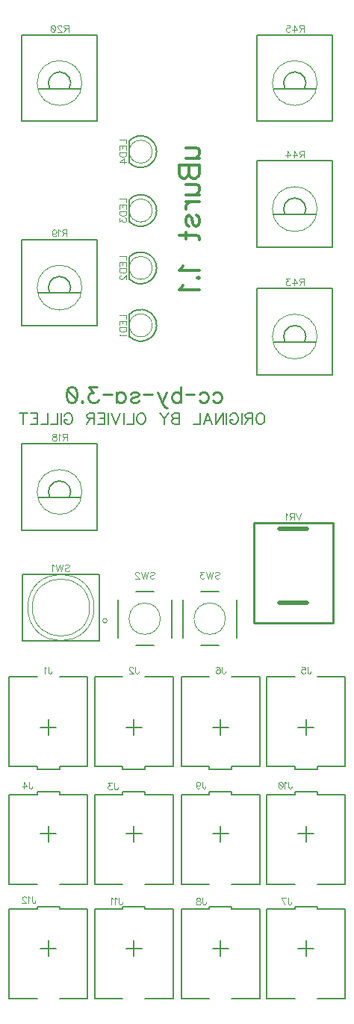
<source format=gbo>
G04 DipTrace 3.2.0.1*
G04 microburst_fixed_heatsink.GBO*
%MOIN*%
G04 #@! TF.FileFunction,Legend,Bot*
G04 #@! TF.Part,Single*
%ADD10C,0.009843*%
%ADD16C,0.008*%
%ADD21C,0.006*%
%ADD29C,0.000013*%
%ADD36C,0.005*%
%ADD37C,0.005984*%
%ADD47C,0.02*%
%ADD101C,0.004632*%
%ADD102C,0.010807*%
%ADD104C,0.013895*%
%ADD105C,0.00772*%
%FSLAX26Y26*%
G04*
G70*
G90*
G75*
G01*
G04 BotSilk*
%LPD*%
X557325Y1624858D2*
D21*
X627360D1*
X592360Y1659805D2*
Y1589862D1*
X642375Y1449975D2*
X767360D1*
X542345D2*
X417360D1*
X542345Y1849984D2*
X417360D1*
X642375D2*
X767360D1*
Y1449975D1*
X417360D2*
Y1849984D1*
X542345Y1449975D2*
D37*
Y1437501D1*
X642375D1*
Y1449975D1*
X938574Y1624858D2*
D21*
X1008609D1*
X973609Y1659805D2*
Y1589862D1*
X1023624Y1449975D2*
X1148609D1*
X923594D2*
X798609D1*
X923594Y1849984D2*
X798609D1*
X1023624D2*
X1148609D1*
Y1449975D1*
X798609D2*
Y1849984D1*
X923594Y1449975D2*
D37*
Y1437501D1*
X1023624D1*
Y1449975D1*
X1008645Y1150099D2*
D21*
X938610D1*
X973610Y1115152D2*
Y1185095D1*
X923595Y1324982D2*
X798610D1*
X1023625D2*
X1148610D1*
X1023625Y924973D2*
X1148610D1*
X923595D2*
X798610D1*
Y1324982D1*
X1148610D2*
Y924973D1*
X1023625Y1324982D2*
D37*
Y1337456D1*
X923595D1*
Y1324982D1*
X627395Y1150099D2*
D21*
X557360D1*
X592360Y1115152D2*
Y1185095D1*
X542345Y1324982D2*
X417360D1*
X642375D2*
X767360D1*
X642375Y924973D2*
X767360D1*
X542345D2*
X417360D1*
Y1324982D1*
X767360D2*
Y924973D1*
X642375Y1324982D2*
D37*
Y1337456D1*
X542345D1*
Y1324982D1*
X1707325Y1624858D2*
D21*
X1777360D1*
X1742360Y1659805D2*
Y1589862D1*
X1792375Y1449975D2*
X1917360D1*
X1692345D2*
X1567360D1*
X1692345Y1849984D2*
X1567360D1*
X1792375D2*
X1917360D1*
Y1449975D1*
X1567360D2*
Y1849984D1*
X1692345Y1449975D2*
D37*
Y1437501D1*
X1792375D1*
Y1449975D1*
X1326074Y1624858D2*
D21*
X1396109D1*
X1361109Y1659805D2*
Y1589862D1*
X1411124Y1449975D2*
X1536109D1*
X1311094D2*
X1186109D1*
X1311094Y1849984D2*
X1186109D1*
X1411124D2*
X1536109D1*
Y1449975D1*
X1186109D2*
Y1849984D1*
X1311094Y1449975D2*
D37*
Y1437501D1*
X1411124D1*
Y1449975D1*
X1777395Y637599D2*
D21*
X1707360D1*
X1742360Y602652D2*
Y672595D1*
X1692345Y812482D2*
X1567360D1*
X1792375D2*
X1917360D1*
X1792375Y412473D2*
X1917360D1*
X1692345D2*
X1567360D1*
Y812482D1*
X1917360D2*
Y412473D1*
X1792375Y812482D2*
D37*
Y824956D1*
X1692345D1*
Y812482D1*
X1396144Y637599D2*
D21*
X1326109D1*
X1361109Y602652D2*
Y672595D1*
X1311094Y812482D2*
X1186109D1*
X1411124D2*
X1536109D1*
X1411124Y412473D2*
X1536109D1*
X1311094D2*
X1186109D1*
Y812482D1*
X1536109D2*
Y412473D1*
X1411124Y812482D2*
D37*
Y824956D1*
X1311094D1*
Y812482D1*
X1396144Y1150099D2*
D21*
X1326109D1*
X1361109Y1115152D2*
Y1185095D1*
X1311094Y1324982D2*
X1186109D1*
X1411124D2*
X1536109D1*
X1411124Y924973D2*
X1536109D1*
X1311094D2*
X1186109D1*
Y1324982D1*
X1536109D2*
Y924973D1*
X1411124Y1324982D2*
D37*
Y1337456D1*
X1311094D1*
Y1324982D1*
X1777395Y1150099D2*
D21*
X1707360D1*
X1742360Y1115152D2*
Y1185095D1*
X1692345Y1324982D2*
X1567360D1*
X1792375D2*
X1917360D1*
X1792375Y924973D2*
X1917360D1*
X1692345D2*
X1567360D1*
Y1324982D1*
X1917360D2*
Y924973D1*
X1792375Y1324982D2*
D37*
Y1337456D1*
X1692345D1*
Y1324982D1*
X1008645Y637600D2*
D21*
X938610D1*
X973610Y602653D2*
Y672597D1*
X923595Y812484D2*
X798610D1*
X1023625D2*
X1148610D1*
X1023625Y412474D2*
X1148610D1*
X923595D2*
X798610D1*
Y812484D1*
X1148610D2*
Y412474D1*
X1023625Y812484D2*
D37*
Y824958D1*
X923595D1*
Y812484D1*
X627395Y637600D2*
D21*
X557360D1*
X592360Y602653D2*
Y672597D1*
X542345Y812484D2*
X417360D1*
X642375D2*
X767360D1*
X642375Y412474D2*
X767360D1*
X542345D2*
X417360D1*
Y812484D1*
X767360D2*
Y412474D1*
X642375Y812484D2*
D37*
Y824958D1*
X542345D1*
Y812484D1*
X953678Y3418743D2*
D29*
G02X953678Y3418743I51181J0D01*
G01*
X954860Y3368743D2*
D36*
G03X954860Y3468743I50000J50000D01*
G01*
Y3368743D2*
Y3468743D1*
X953678Y3674992D2*
D29*
G02X953678Y3674992I51181J0D01*
G01*
X954860Y3624992D2*
D36*
G03X954860Y3724992I50000J50000D01*
G01*
Y3624992D2*
Y3724992D1*
X953678Y3931243D2*
D29*
G02X953678Y3931243I51181J0D01*
G01*
X954860Y3881243D2*
D36*
G03X954860Y3981243I50000J50000D01*
G01*
Y3881243D2*
Y3981243D1*
X953678Y4193743D2*
D29*
G02X953678Y4193743I51181J0D01*
G01*
X954860Y4143743D2*
D36*
G03X954860Y4243743I50000J50000D01*
G01*
Y4143743D2*
Y4243743D1*
X542374Y2674988D2*
D29*
G02X542374Y2674988I99986J0D01*
G01*
X811438Y2889938D2*
D36*
X473281D1*
Y2504509D1*
X811438D1*
Y2889938D1*
X599056Y2650377D2*
D16*
G02X685663Y2650377I43304J24588D01*
G01*
X599056D2*
X685663D1*
X545894D2*
X737813D1*
X542374Y3586989D2*
D29*
G02X542374Y3586989I99986J0D01*
G01*
X811438Y3801940D2*
D36*
X473281D1*
Y3416511D1*
X811438D1*
Y3801940D1*
X599056Y3562379D2*
D16*
G02X685663Y3562379I43304J24588D01*
G01*
X599056D2*
X685663D1*
X545894D2*
X737813D1*
X542374Y4499988D2*
D29*
G02X542374Y4499988I99986J0D01*
G01*
X811438Y4714938D2*
D36*
X473281D1*
Y4329509D1*
X811438D1*
Y4714938D1*
X599056Y4475377D2*
D16*
G02X685663Y4475377I43304J24588D01*
G01*
X599056D2*
X685663D1*
X545894D2*
X737813D1*
X1592374Y3368738D2*
D29*
G02X1592374Y3368738I99986J0D01*
G01*
X1861438Y3583689D2*
D36*
X1523281D1*
Y3198260D1*
X1861438D1*
Y3583689D1*
X1649056Y3344128D2*
D16*
G02X1735663Y3344128I43304J24588D01*
G01*
X1649056D2*
X1735663D1*
X1595894D2*
X1787813D1*
X1592374Y3937489D2*
D29*
G02X1592374Y3937489I99986J0D01*
G01*
X1861438Y4152440D2*
D36*
X1523281D1*
Y3767011D1*
X1861438D1*
Y4152440D1*
X1649056Y3912879D2*
D16*
G02X1735663Y3912879I43304J24588D01*
G01*
X1649056D2*
X1735663D1*
X1595894D2*
X1787813D1*
X1592374Y4499988D2*
D29*
G02X1592374Y4499988I99986J0D01*
G01*
X1861438Y4714938D2*
D36*
X1523281D1*
Y4329509D1*
X1861438D1*
Y4714938D1*
X1649056Y4475377D2*
D16*
G02X1735663Y4475377I43304J24588D01*
G01*
X1649056D2*
X1735663D1*
X1595894D2*
X1787813D1*
X835617Y2100323D2*
D29*
G02X835617Y2100323I9843J0D01*
G01*
X500644Y2159378D2*
G02X500644Y2159378I147965J0D01*
G01*
X520656D2*
G02X520656Y2159378I127953J0D01*
G01*
X819869Y2011740D2*
D36*
X477349D1*
Y2307016D1*
X819869Y2011740D2*
Y2307016D1*
X477349D1*
X952360Y2109479D2*
D29*
G02X952360Y2109479I70000J0D01*
G01*
X902360Y2024479D2*
D16*
Y2194479D1*
X1142360D2*
Y2024479D1*
X983068Y1989479D2*
X1062360D1*
X981887Y2229479D2*
X1062360D1*
X1242609Y2109479D2*
D29*
G02X1242609Y2109479I70000J0D01*
G01*
X1192609Y2024479D2*
D16*
Y2194479D1*
X1432609D2*
Y2024479D1*
X1273318Y1989479D2*
X1352609D1*
X1272136Y2229479D2*
X1352609D1*
X1863477Y2535923D2*
D10*
X1509242D1*
Y2089022D1*
X1863477D1*
Y2535923D1*
X1748336Y2509998D2*
D47*
X1624335D1*
X1748336Y2179973D2*
X1624335D1*
X593410Y1894413D2*
D101*
Y1871465D1*
X594836Y1867154D1*
X596295Y1865728D1*
X599147Y1864269D1*
X602032D1*
X604884Y1865728D1*
X606310Y1867154D1*
X607769Y1871465D1*
Y1874317D1*
X584146Y1888643D2*
X581261Y1890102D1*
X576950Y1894380D1*
Y1864269D1*
X981109Y1894413D2*
Y1871465D1*
X982535Y1867154D1*
X983994Y1865728D1*
X986846Y1864269D1*
X989731D1*
X992583Y1865728D1*
X994009Y1867154D1*
X995468Y1871465D1*
Y1874317D1*
X970387Y1887217D2*
Y1888643D1*
X968961Y1891528D1*
X967535Y1892954D1*
X964650Y1894380D1*
X958913D1*
X956061Y1892954D1*
X954635Y1891528D1*
X953176Y1888643D1*
Y1885791D1*
X954635Y1882906D1*
X957487Y1878628D1*
X971846Y1864269D1*
X951750D1*
X887370Y1375921D2*
Y1352973D1*
X888796Y1348662D1*
X890255Y1347236D1*
X893107Y1345777D1*
X895992D1*
X898844Y1347236D1*
X900270Y1348662D1*
X901729Y1352973D1*
Y1355825D1*
X875222Y1375888D2*
X859470D1*
X868059Y1364414D1*
X863748D1*
X860896Y1362988D1*
X859470Y1361562D1*
X858011Y1357251D1*
Y1354399D1*
X859470Y1350088D1*
X862322Y1347203D1*
X866633Y1345777D1*
X870944D1*
X875222Y1347203D1*
X876648Y1348662D1*
X878107Y1351514D1*
X506833Y1382170D2*
Y1359222D1*
X508259Y1354911D1*
X509718Y1353485D1*
X512570Y1352026D1*
X515455D1*
X518307Y1353485D1*
X519733Y1354911D1*
X521192Y1359222D1*
Y1362074D1*
X483210Y1352026D2*
Y1382137D1*
X497569Y1362074D1*
X476047D1*
X1749860Y1894413D2*
Y1871465D1*
X1751286Y1867154D1*
X1752745Y1865728D1*
X1755597Y1864269D1*
X1758482D1*
X1761334Y1865728D1*
X1762760Y1867154D1*
X1764219Y1871465D1*
Y1874317D1*
X1723385Y1894380D2*
X1737711D1*
X1739137Y1881480D1*
X1737711Y1882906D1*
X1733400Y1884365D1*
X1729122D1*
X1724811Y1882906D1*
X1721926Y1880054D1*
X1720500Y1875743D1*
Y1872891D1*
X1721926Y1868580D1*
X1724811Y1865695D1*
X1729122Y1864269D1*
X1733400D1*
X1737711Y1865695D1*
X1739137Y1867154D1*
X1740596Y1870006D1*
X1367880Y1894413D2*
Y1871465D1*
X1369306Y1867154D1*
X1370765Y1865728D1*
X1373617Y1864269D1*
X1376502D1*
X1379354Y1865728D1*
X1380780Y1867154D1*
X1382239Y1871465D1*
Y1874317D1*
X1341405Y1890102D2*
X1342831Y1892954D1*
X1347142Y1894380D1*
X1349994D1*
X1354305Y1892954D1*
X1357190Y1888643D1*
X1358616Y1881480D1*
Y1874317D1*
X1357190Y1868580D1*
X1354305Y1865695D1*
X1349994Y1864269D1*
X1348568D1*
X1344290Y1865695D1*
X1341405Y1868580D1*
X1339979Y1872891D1*
Y1874317D1*
X1341405Y1878628D1*
X1344290Y1881480D1*
X1348568Y1882906D1*
X1349994D1*
X1354305Y1881480D1*
X1357190Y1878628D1*
X1358616Y1874317D1*
X1662369Y863421D2*
Y840473D1*
X1663795Y836162D1*
X1665254Y834736D1*
X1668106Y833277D1*
X1670991D1*
X1673843Y834736D1*
X1675269Y836162D1*
X1676728Y840473D1*
Y843325D1*
X1647369Y833277D2*
X1633009Y863388D1*
X1653105D1*
X1281102Y863421D2*
Y840473D1*
X1282528Y836162D1*
X1283987Y834736D1*
X1286839Y833277D1*
X1289724D1*
X1292576Y834736D1*
X1294002Y836162D1*
X1295461Y840473D1*
Y843325D1*
X1264675Y863388D2*
X1268953Y861962D1*
X1270412Y859110D1*
Y856225D1*
X1268953Y853373D1*
X1266101Y851914D1*
X1260364Y850488D1*
X1256053Y849062D1*
X1253201Y846177D1*
X1251775Y843325D1*
Y839014D1*
X1253201Y836162D1*
X1254627Y834703D1*
X1258938Y833277D1*
X1264675D1*
X1268953Y834703D1*
X1270412Y836162D1*
X1271838Y839014D1*
Y843325D1*
X1270412Y846177D1*
X1267527Y849062D1*
X1263249Y850488D1*
X1257512Y851914D1*
X1254627Y853373D1*
X1253201Y856225D1*
Y859110D1*
X1254627Y861962D1*
X1258938Y863388D1*
X1264675D1*
X1280405Y1382170D2*
Y1359222D1*
X1281831Y1354911D1*
X1283290Y1353485D1*
X1286142Y1352026D1*
X1289027D1*
X1291879Y1353485D1*
X1293305Y1354911D1*
X1294764Y1359222D1*
Y1362074D1*
X1252472Y1372122D2*
X1253931Y1367811D1*
X1256783Y1364926D1*
X1261094Y1363500D1*
X1262520D1*
X1266831Y1364926D1*
X1269683Y1367811D1*
X1271142Y1372122D1*
Y1373548D1*
X1269683Y1377859D1*
X1266831Y1380711D1*
X1262520Y1382137D1*
X1261094D1*
X1256783Y1380711D1*
X1253931Y1377859D1*
X1252472Y1372122D1*
Y1364926D1*
X1253931Y1357763D1*
X1256783Y1353452D1*
X1261094Y1352026D1*
X1263946D1*
X1268257Y1353452D1*
X1269683Y1356337D1*
X1664350Y1382170D2*
Y1359222D1*
X1665775Y1354911D1*
X1667235Y1353485D1*
X1670086Y1352026D1*
X1672972D1*
X1675823Y1353485D1*
X1677249Y1354911D1*
X1678709Y1359222D1*
Y1362074D1*
X1655086Y1376400D2*
X1652201Y1377859D1*
X1647890Y1382137D1*
Y1352026D1*
X1630004Y1382137D2*
X1634315Y1380711D1*
X1637200Y1376400D1*
X1638626Y1369237D1*
Y1364926D1*
X1637200Y1357763D1*
X1634315Y1353452D1*
X1630004Y1352026D1*
X1627152D1*
X1622841Y1353452D1*
X1619989Y1357763D1*
X1618530Y1364926D1*
Y1369237D1*
X1619989Y1376400D1*
X1622841Y1380711D1*
X1627152Y1382137D1*
X1630004D1*
X1619989Y1376400D2*
X1637200Y1357763D1*
X907898Y863422D2*
Y840474D1*
X909324Y836163D1*
X910783Y834737D1*
X913635Y833278D1*
X916520D1*
X919372Y834737D1*
X920798Y836163D1*
X922257Y840474D1*
Y843326D1*
X898635Y857652D2*
X895750Y859111D1*
X891439Y863389D1*
Y833278D1*
X882175Y857652D2*
X879290Y859111D1*
X874979Y863389D1*
Y833278D1*
X520599Y869671D2*
Y846723D1*
X522025Y842412D1*
X523484Y840986D1*
X526336Y839527D1*
X529221D1*
X532073Y840986D1*
X533499Y842412D1*
X534958Y846723D1*
Y849575D1*
X511335Y863901D2*
X508450Y865360D1*
X504139Y869638D1*
Y839527D1*
X493417Y862475D2*
Y863901D1*
X491991Y866786D1*
X490565Y868212D1*
X487680Y869638D1*
X481943D1*
X479091Y868212D1*
X477665Y866786D1*
X476206Y863901D1*
Y861049D1*
X477665Y858164D1*
X480517Y853886D1*
X494876Y839527D1*
X474780D1*
X909745Y3464208D2*
X939889D1*
Y3446997D1*
X909745Y3419097D2*
Y3437734D1*
X939889D1*
Y3419097D1*
X924104Y3437734D2*
Y3426260D1*
X909745Y3409833D2*
X939889D1*
Y3399785D1*
X938430Y3395474D1*
X935578Y3392589D1*
X932693Y3391163D1*
X928415Y3389737D1*
X921219D1*
X916908Y3391163D1*
X914056Y3392589D1*
X911171Y3395474D1*
X909745Y3399785D1*
Y3409833D1*
X915515Y3380474D2*
X914056Y3377589D1*
X909778Y3373278D1*
X939889D1*
X909745Y3726907D2*
X939889D1*
Y3709696D1*
X909745Y3681796D2*
Y3700433D1*
X939889D1*
Y3681796D1*
X924104Y3700433D2*
Y3688959D1*
X909745Y3672532D2*
X939889D1*
Y3662484D1*
X938430Y3658173D1*
X935578Y3655288D1*
X932693Y3653862D1*
X928415Y3652436D1*
X921219D1*
X916908Y3653862D1*
X914056Y3655288D1*
X911171Y3658173D1*
X909745Y3662484D1*
Y3672532D1*
X916941Y3641714D2*
X915515D1*
X912630Y3640288D1*
X911204Y3638862D1*
X909778Y3635977D1*
Y3630240D1*
X911204Y3627388D1*
X912630Y3625962D1*
X915515Y3624503D1*
X918367D1*
X921252Y3625962D1*
X925530Y3628814D1*
X939889Y3643173D1*
Y3623077D1*
X909745Y3983158D2*
X939889D1*
Y3965947D1*
X909745Y3938047D2*
Y3956684D1*
X939889Y3956683D1*
Y3938047D1*
X924104Y3956683D2*
Y3945210D1*
X909745Y3928783D2*
X939889D1*
Y3918735D1*
X938430Y3914424D1*
X935578Y3911539D1*
X932693Y3910113D1*
X928415Y3908687D1*
X921219D1*
X916908Y3910113D1*
X914056Y3911539D1*
X911171Y3914424D1*
X909745Y3918735D1*
Y3928783D1*
X909778Y3896539D2*
Y3880787D1*
X921252Y3889376D1*
Y3885065D1*
X922678Y3882213D1*
X924104Y3880787D1*
X928415Y3879328D1*
X931267D1*
X935578Y3880787D1*
X938463Y3883639D1*
X939889Y3887950D1*
Y3892261D1*
X938463Y3896538D1*
X937004Y3897964D1*
X934152Y3899424D1*
X909745Y4246371D2*
X939889D1*
Y4229160D1*
X909745Y4201260D2*
Y4219896D1*
X939889D1*
Y4201260D1*
X924104Y4219896D2*
Y4208423D1*
X909745Y4191996D2*
X939889D1*
Y4181948D1*
X938430Y4177637D1*
X935578Y4174752D1*
X932693Y4173326D1*
X928415Y4171900D1*
X921219D1*
X916908Y4173326D1*
X914056Y4174752D1*
X911171Y4177637D1*
X909745Y4181948D1*
Y4191996D1*
X939889Y4148278D2*
X909778D1*
X929841Y4162637D1*
Y4141115D1*
X675301Y2919513D2*
X662401D1*
X658090Y2920972D1*
X656631Y2922398D1*
X655205Y2925250D1*
Y2928135D1*
X656631Y2930987D1*
X658090Y2932446D1*
X662401Y2933872D1*
X675301D1*
Y2903728D1*
X665253Y2919513D2*
X655205Y2903728D1*
X645941Y2928102D2*
X643056Y2929561D1*
X638745Y2933839D1*
Y2903728D1*
X622318Y2933839D2*
X626596Y2932413D1*
X628055Y2929561D1*
Y2926676D1*
X626596Y2923824D1*
X623744Y2922365D1*
X618007Y2920939D1*
X613696Y2919513D1*
X610845Y2916628D1*
X609419Y2913776D1*
Y2909465D1*
X610845Y2906613D1*
X612270Y2905154D1*
X616581Y2903728D1*
X622318D1*
X626596Y2905154D1*
X628055Y2906613D1*
X629481Y2909465D1*
Y2913776D1*
X628055Y2916628D1*
X625170Y2919513D1*
X620893Y2920939D1*
X615156Y2922365D1*
X612270Y2923824D1*
X610845Y2926676D1*
Y2929561D1*
X612270Y2932413D1*
X616581Y2933839D1*
X622318D1*
X674604Y3831514D2*
X661704D1*
X657393Y3832974D1*
X655934Y3834400D1*
X654508Y3837251D1*
Y3840137D1*
X655934Y3842988D1*
X657393Y3844448D1*
X661704Y3845873D1*
X674604D1*
Y3815729D1*
X664556Y3831514D2*
X654508Y3815729D1*
X645245Y3840103D2*
X642360Y3841562D1*
X638049Y3845840D1*
Y3815729D1*
X610115Y3835825D2*
X611574Y3831514D1*
X614426Y3828629D1*
X618737Y3827203D1*
X620163D1*
X624474Y3828629D1*
X627326Y3831514D1*
X628785Y3835825D1*
Y3837251D1*
X627326Y3841562D1*
X624474Y3844414D1*
X620163Y3845840D1*
X618737D1*
X614426Y3844414D1*
X611574Y3841562D1*
X610115Y3835825D1*
Y3828629D1*
X611574Y3821466D1*
X614426Y3817155D1*
X618737Y3815729D1*
X621589D1*
X625900Y3817155D1*
X627326Y3820040D1*
X681767Y4744513D2*
X668867D1*
X664556Y4745972D1*
X663097Y4747398D1*
X661671Y4750250D1*
Y4753135D1*
X663097Y4755987D1*
X664556Y4757446D1*
X668867Y4758872D1*
X681767D1*
Y4728728D1*
X671719Y4744513D2*
X661671Y4728728D1*
X650948Y4751676D2*
Y4753102D1*
X649523Y4755987D1*
X648097Y4757413D1*
X645211Y4758839D1*
X639475D1*
X636623Y4757413D1*
X635197Y4755987D1*
X633738Y4753102D1*
Y4750250D1*
X635197Y4747365D1*
X638049Y4743087D1*
X652408Y4728728D1*
X632312D1*
X614426Y4758839D2*
X618737Y4757413D1*
X621622Y4753102D1*
X623048Y4745939D1*
Y4741628D1*
X621622Y4734465D1*
X618737Y4730154D1*
X614426Y4728728D1*
X611574D1*
X607263Y4730154D1*
X604411Y4734465D1*
X602952Y4741628D1*
Y4745939D1*
X604411Y4753102D1*
X607263Y4757413D1*
X611574Y4758839D1*
X614426D1*
X604411Y4753102D2*
X621622Y4734465D1*
X1732480Y3613264D2*
X1719580D1*
X1715269Y3614723D1*
X1713810Y3616149D1*
X1712384Y3619001D1*
Y3621886D1*
X1713810Y3624738D1*
X1715269Y3626197D1*
X1719580Y3627623D1*
X1732480D1*
Y3597479D1*
X1722432Y3613264D2*
X1712384Y3597479D1*
X1688762D2*
Y3627590D1*
X1703121Y3607527D1*
X1681599D1*
X1669450Y3627590D2*
X1653698D1*
X1662287Y3616116D1*
X1657976D1*
X1655124Y3614690D1*
X1653698Y3613264D1*
X1652239Y3608953D1*
Y3606101D1*
X1653698Y3601790D1*
X1656550Y3598905D1*
X1660861Y3597479D1*
X1665172D1*
X1669450Y3598905D1*
X1670876Y3600364D1*
X1672335Y3603216D1*
X1733193Y4182014D2*
X1720293D1*
X1715982Y4183474D1*
X1714523Y4184900D1*
X1713097Y4187751D1*
Y4190637D1*
X1714523Y4193488D1*
X1715982Y4194948D1*
X1720293Y4196373D1*
X1733193D1*
Y4166229D1*
X1723145Y4182014D2*
X1713097Y4166229D1*
X1689475D2*
Y4196340D1*
X1703834Y4176277D1*
X1682312D1*
X1658689Y4166229D2*
Y4196340D1*
X1673048Y4176277D1*
X1651526D1*
X1732480Y4744513D2*
X1719580D1*
X1715269Y4745972D1*
X1713810Y4747398D1*
X1712384Y4750250D1*
Y4753135D1*
X1713810Y4755987D1*
X1715269Y4757446D1*
X1719580Y4758872D1*
X1732480D1*
Y4728728D1*
X1722432Y4744513D2*
X1712384Y4728728D1*
X1688762D2*
Y4758839D1*
X1703121Y4738776D1*
X1681599D1*
X1655124Y4758839D2*
X1669450D1*
X1670876Y4745939D1*
X1669450Y4747365D1*
X1665139Y4748824D1*
X1660861D1*
X1656550Y4747365D1*
X1653665Y4744513D1*
X1652239Y4740202D1*
Y4737350D1*
X1653665Y4733039D1*
X1656550Y4730154D1*
X1660861Y4728728D1*
X1665139D1*
X1669450Y4730154D1*
X1670876Y4731613D1*
X1672335Y4734465D1*
X665782Y2346965D2*
X668633Y2349850D1*
X672944Y2351276D1*
X678681D1*
X682992Y2349850D1*
X685878Y2346965D1*
Y2344113D1*
X684418Y2341228D1*
X682992Y2339802D1*
X680141Y2338376D1*
X671519Y2335491D1*
X668633Y2334065D1*
X667207Y2332606D1*
X665782Y2329754D1*
Y2325443D1*
X668633Y2322591D1*
X672944Y2321132D1*
X678681D1*
X682992Y2322591D1*
X685878Y2325443D1*
X656518Y2351276D2*
X649322Y2321132D1*
X642159Y2351276D1*
X634996Y2321132D1*
X627800Y2351276D1*
X618536Y2345506D2*
X615651Y2346965D1*
X611340Y2351243D1*
Y2321132D1*
X1045982Y2314102D2*
X1048834Y2316987D1*
X1053145Y2318413D1*
X1058882D1*
X1063193Y2316987D1*
X1066078Y2314102D1*
Y2311250D1*
X1064619Y2308365D1*
X1063193Y2306939D1*
X1060341Y2305513D1*
X1051719Y2302628D1*
X1048834Y2301202D1*
X1047408Y2299743D1*
X1045982Y2296891D1*
Y2292580D1*
X1048834Y2289728D1*
X1053145Y2288269D1*
X1058882D1*
X1063193Y2289728D1*
X1066078Y2292580D1*
X1036719Y2318413D2*
X1029523Y2288269D1*
X1022360Y2318413D1*
X1015197Y2288269D1*
X1008001Y2318413D1*
X997278Y2311217D2*
Y2312643D1*
X995852Y2315528D1*
X994426Y2316954D1*
X991541Y2318380D1*
X985804D1*
X982952Y2316954D1*
X981526Y2315528D1*
X980067Y2312643D1*
Y2309791D1*
X981526Y2306906D1*
X984378Y2302628D1*
X998737Y2288269D1*
X978641D1*
X1336231Y2314102D2*
X1339083Y2316987D1*
X1343394Y2318413D1*
X1349131D1*
X1353442Y2316987D1*
X1356327Y2314102D1*
Y2311250D1*
X1354868Y2308365D1*
X1353442Y2306939D1*
X1350591Y2305513D1*
X1341968Y2302628D1*
X1339083Y2301202D1*
X1337657Y2299743D1*
X1336231Y2296891D1*
Y2292580D1*
X1339083Y2289728D1*
X1343394Y2288269D1*
X1349131D1*
X1353442Y2289728D1*
X1356327Y2292580D1*
X1326968Y2318413D2*
X1319772Y2288269D1*
X1312609Y2318413D1*
X1305446Y2288269D1*
X1298250Y2318413D1*
X1286101Y2318380D2*
X1270349D1*
X1278938Y2306906D1*
X1274627D1*
X1271775Y2305480D1*
X1270349Y2304054D1*
X1268890Y2299743D1*
Y2296891D1*
X1270349Y2292580D1*
X1273201Y2289695D1*
X1277512Y2288269D1*
X1281823D1*
X1286101Y2289695D1*
X1287527Y2291154D1*
X1288986Y2294006D1*
X1720743Y2579856D2*
X1709269Y2549712D1*
X1697795Y2579856D1*
X1688532Y2565497D2*
X1675632D1*
X1671321Y2566957D1*
X1669862Y2568382D1*
X1668436Y2571234D1*
Y2574119D1*
X1669862Y2576971D1*
X1671321Y2578430D1*
X1675632Y2579856D1*
X1688532D1*
Y2549712D1*
X1678484Y2565497D2*
X1668436Y2549712D1*
X1659172Y2574086D2*
X1656287Y2575545D1*
X1651976Y2579823D1*
Y2549712D1*
X1206431Y4210196D2*
D104*
X1249508D1*
X1262341Y4205918D1*
X1266719Y4197263D1*
Y4184330D1*
X1262341Y4175774D1*
X1249508Y4162841D1*
X1206431D2*
X1266719D1*
X1176287Y4135050D2*
X1266719D1*
Y4096251D1*
X1262341Y4083318D1*
X1258064Y4079040D1*
X1249508Y4074762D1*
X1236575D1*
X1227920Y4079040D1*
X1223642Y4083318D1*
X1219364Y4096251D1*
X1214987Y4083318D1*
X1210709Y4079040D1*
X1202153Y4074762D1*
X1193498D1*
X1184942Y4079040D1*
X1180565Y4083318D1*
X1176287Y4096251D1*
Y4135050D1*
X1219364D2*
Y4096251D1*
X1206431Y4046972D2*
X1249508D1*
X1262341Y4042694D1*
X1266719Y4034039D1*
Y4021106D1*
X1262341Y4012550D1*
X1249508Y3999617D1*
X1206431D2*
X1266719D1*
X1206431Y3971826D2*
X1266719D1*
X1232297D2*
X1219364Y3967449D1*
X1210709Y3958893D1*
X1206431Y3950238D1*
Y3937305D1*
X1219364Y3862159D2*
X1210709Y3866437D1*
X1206431Y3879370D1*
Y3892303D1*
X1210709Y3905236D1*
X1219364Y3909514D1*
X1227920Y3905236D1*
X1232297Y3896581D1*
X1236575Y3875092D1*
X1240853Y3866437D1*
X1249508Y3862159D1*
X1253786D1*
X1262341Y3866437D1*
X1266719Y3879370D1*
Y3892303D1*
X1262341Y3905236D1*
X1253786Y3909514D1*
X1176287Y3821436D2*
X1249508D1*
X1262341Y3817158D1*
X1266719Y3808502D1*
Y3799947D1*
X1206431Y3834369D2*
Y3804225D1*
X1193597Y3684674D2*
X1189220Y3676019D1*
X1176386Y3663086D1*
X1266719D1*
X1258064Y3631018D2*
X1262441Y3635295D1*
X1266719Y3631018D1*
X1262441Y3626640D1*
X1258064Y3631018D1*
X1193597Y3598850D2*
X1189220Y3590195D1*
X1176386Y3577261D1*
X1266719D1*
X1543334Y3027041D2*
D105*
X1548142Y3024665D1*
X1552896Y3019856D1*
X1555327Y3015103D1*
X1557704Y3007918D1*
Y2995925D1*
X1555327Y2988795D1*
X1552896Y2983986D1*
X1548142Y2979233D1*
X1543334Y2976801D1*
X1533772D1*
X1529019Y2979233D1*
X1524211Y2983986D1*
X1521834Y2988795D1*
X1519458Y2995925D1*
Y3007918D1*
X1521834Y3015103D1*
X1524211Y3019856D1*
X1529019Y3024665D1*
X1533772Y3027041D1*
X1543334D1*
X1504018Y3003110D2*
X1482518D1*
X1475333Y3005541D1*
X1472902Y3007918D1*
X1470525Y3012671D1*
Y3017480D1*
X1472902Y3022233D1*
X1475333Y3024665D1*
X1482518Y3027041D1*
X1504018D1*
Y2976801D1*
X1487272Y3003110D2*
X1470525Y2976801D1*
X1455086Y3027041D2*
Y2976801D1*
X1403777Y3015103D2*
X1406153Y3019856D1*
X1410962Y3024665D1*
X1415715Y3027041D1*
X1425276D1*
X1430085Y3024665D1*
X1434838Y3019856D1*
X1437270Y3015103D1*
X1439646Y3007918D1*
Y2995925D1*
X1437270Y2988795D1*
X1434838Y2983986D1*
X1430085Y2979233D1*
X1425276Y2976801D1*
X1415715D1*
X1410962Y2979233D1*
X1406153Y2983986D1*
X1403777Y2988795D1*
Y2995925D1*
X1415715D1*
X1388337Y3027041D2*
Y2976801D1*
X1339405Y3027041D2*
Y2976801D1*
X1372898Y3027041D1*
Y2976801D1*
X1285664D2*
X1304842Y3027041D1*
X1323965Y2976801D1*
X1316780Y2993548D2*
X1292849D1*
X1270224Y3027041D2*
Y2976801D1*
X1241540D1*
X1177499Y3027041D2*
Y2976801D1*
X1155944D1*
X1148759Y2979233D1*
X1146383Y2981610D1*
X1144006Y2986363D1*
Y2993548D1*
X1146383Y2998356D1*
X1148759Y3000733D1*
X1155944Y3003110D1*
X1148759Y3005541D1*
X1146383Y3007918D1*
X1144006Y3012671D1*
Y3017480D1*
X1146383Y3022233D1*
X1148759Y3024665D1*
X1155944Y3027041D1*
X1177499D1*
Y3003110D2*
X1155944D1*
X1128567Y3027041D2*
X1109443Y3003110D1*
Y2976801D1*
X1090320Y3027041D2*
X1109443Y3003110D1*
X1011910Y3027041D2*
X1016718Y3024665D1*
X1021472Y3019856D1*
X1023903Y3015103D1*
X1026280Y3007918D1*
Y2995925D1*
X1023903Y2988795D1*
X1021472Y2983986D1*
X1016718Y2979233D1*
X1011910Y2976801D1*
X1002348D1*
X997595Y2979233D1*
X992787Y2983986D1*
X990410Y2988795D1*
X988033Y2995925D1*
Y3007918D1*
X990410Y3015103D1*
X992787Y3019856D1*
X997595Y3024665D1*
X1002348Y3027041D1*
X1011910D1*
X972594D2*
Y2976801D1*
X943909D1*
X928470Y3027041D2*
Y2976801D1*
X913031Y3027041D2*
X893908Y2976801D1*
X874784Y3027041D1*
X859345D2*
Y2976801D1*
X812844Y3027041D2*
X843906D1*
Y2976801D1*
X812844D1*
X843906Y3003110D2*
X824783D1*
X797405D2*
X775905D1*
X768720Y3005541D1*
X766288Y3007918D1*
X763912Y3012671D1*
Y3017480D1*
X766288Y3022233D1*
X768720Y3024665D1*
X775905Y3027041D1*
X797405D1*
Y2976801D1*
X780658Y3003110D2*
X763912Y2976801D1*
X664002Y3015103D2*
X666378Y3019856D1*
X671187Y3024665D1*
X675940Y3027041D1*
X685501D1*
X690310Y3024665D1*
X695063Y3019856D1*
X697495Y3015103D1*
X699872Y3007918D1*
Y2995925D1*
X697495Y2988795D1*
X695063Y2983986D1*
X690310Y2979233D1*
X685501Y2976801D1*
X675940D1*
X671187Y2979233D1*
X666378Y2983986D1*
X664002Y2988795D1*
Y2995925D1*
X675940D1*
X648562Y3027041D2*
Y2976801D1*
X633123Y3027041D2*
Y2976801D1*
X604438D1*
X588999Y3027041D2*
Y2976801D1*
X560314D1*
X513813Y3027041D2*
X544875D1*
Y2976801D1*
X513813D1*
X544875Y3003110D2*
X525752D1*
X481627Y3027041D2*
Y2976801D1*
X498374Y3027041D2*
X464881D1*
X1327696Y3111753D2*
D102*
X1334428Y3118485D1*
X1341160Y3121812D1*
X1351142D1*
X1357873Y3118485D1*
X1364528Y3111753D1*
X1367933Y3101694D1*
Y3095040D1*
X1364528Y3084981D1*
X1357873Y3078326D1*
X1351142Y3074922D1*
X1341160D1*
X1334428Y3078326D1*
X1327696Y3084981D1*
X1265845Y3111753D2*
X1272577Y3118485D1*
X1279309Y3121812D1*
X1289290D1*
X1296022Y3118485D1*
X1302677Y3111753D1*
X1306081Y3101694D1*
Y3095040D1*
X1302677Y3084981D1*
X1296022Y3078326D1*
X1289290Y3074922D1*
X1279309D1*
X1272577Y3078326D1*
X1265845Y3084981D1*
X1244230Y3110051D2*
X1205542D1*
X1183927Y3145258D2*
Y3074922D1*
Y3111753D2*
X1177195Y3118485D1*
X1170540Y3121812D1*
X1160481D1*
X1153827Y3118485D1*
X1147095Y3111753D1*
X1143768Y3101694D1*
Y3095040D1*
X1147095Y3084981D1*
X1153827Y3078326D1*
X1160481Y3074922D1*
X1170540D1*
X1177195Y3078326D1*
X1183927Y3084981D1*
X1118748Y3121812D2*
X1098707Y3074922D1*
X1105362Y3061536D1*
X1112094Y3054804D1*
X1118748Y3051476D1*
X1122153D1*
X1078589Y3121812D2*
X1098707Y3074922D1*
X1056974Y3110051D2*
X1018286D1*
X959839Y3111753D2*
X963166Y3118485D1*
X973225Y3121812D1*
X983284D1*
X993344Y3118485D1*
X996671Y3111753D1*
X993344Y3105099D1*
X986612Y3101694D1*
X969898Y3098367D1*
X963166Y3095040D1*
X959839Y3088308D1*
Y3084981D1*
X963166Y3078326D1*
X973225Y3074922D1*
X983284D1*
X993344Y3078326D1*
X996671Y3084981D1*
X898065Y3121812D2*
Y3074922D1*
Y3111753D2*
X904720Y3118485D1*
X911452Y3121812D1*
X921433D1*
X928165Y3118485D1*
X934820Y3111753D1*
X938224Y3101694D1*
Y3095040D1*
X934820Y3084981D1*
X928165Y3078326D1*
X921433Y3074922D1*
X911452D1*
X904720Y3078326D1*
X898065Y3084981D1*
X876450Y3110051D2*
X837762D1*
X809415Y3145180D2*
X772661D1*
X792701Y3118408D1*
X782642D1*
X775988Y3115081D1*
X772661Y3111753D1*
X769256Y3101694D1*
Y3095040D1*
X772661Y3084981D1*
X779315Y3078249D1*
X789374Y3074922D1*
X799433D1*
X809415Y3078249D1*
X812742Y3081654D1*
X816147Y3088308D1*
X744314Y3081654D2*
X747641Y3078249D1*
X744314Y3074922D1*
X740909Y3078249D1*
X744314Y3081654D1*
X699176Y3145180D2*
X709235Y3141853D1*
X715967Y3131794D1*
X719294Y3115081D1*
Y3105022D1*
X715967Y3088308D1*
X709235Y3078249D1*
X699176Y3074922D1*
X692522D1*
X682463Y3078249D1*
X675808Y3088308D1*
X672404Y3105022D1*
Y3115081D1*
X675808Y3131794D1*
X682463Y3141853D1*
X692522Y3145180D1*
X699176D1*
X675808Y3131794D2*
X715967Y3088308D1*
M02*

</source>
